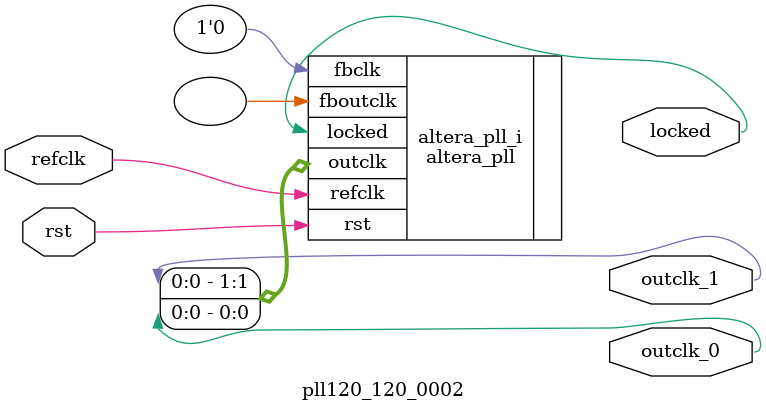
<source format=v>
`timescale 1ns/10ps
module  pll120_120_0002(

	// interface 'refclk'
	input wire refclk,

	// interface 'reset'
	input wire rst,

	// interface 'outclk0'
	output wire outclk_0,

	// interface 'outclk1'
	output wire outclk_1,

	// interface 'locked'
	output wire locked
);

	altera_pll #(
		.fractional_vco_multiplier("false"),
		.reference_clock_frequency("120.0 MHz"),
		.operation_mode("direct"),
		.number_of_clocks(2),
		.output_clock_frequency0("240.000000 MHz"),
		.phase_shift0("0 ps"),
		.duty_cycle0(50),
		.output_clock_frequency1("120.000000 MHz"),
		.phase_shift1("0 ps"),
		.duty_cycle1(50),
		.output_clock_frequency2("0 MHz"),
		.phase_shift2("0 ps"),
		.duty_cycle2(50),
		.output_clock_frequency3("0 MHz"),
		.phase_shift3("0 ps"),
		.duty_cycle3(50),
		.output_clock_frequency4("0 MHz"),
		.phase_shift4("0 ps"),
		.duty_cycle4(50),
		.output_clock_frequency5("0 MHz"),
		.phase_shift5("0 ps"),
		.duty_cycle5(50),
		.output_clock_frequency6("0 MHz"),
		.phase_shift6("0 ps"),
		.duty_cycle6(50),
		.output_clock_frequency7("0 MHz"),
		.phase_shift7("0 ps"),
		.duty_cycle7(50),
		.output_clock_frequency8("0 MHz"),
		.phase_shift8("0 ps"),
		.duty_cycle8(50),
		.output_clock_frequency9("0 MHz"),
		.phase_shift9("0 ps"),
		.duty_cycle9(50),
		.output_clock_frequency10("0 MHz"),
		.phase_shift10("0 ps"),
		.duty_cycle10(50),
		.output_clock_frequency11("0 MHz"),
		.phase_shift11("0 ps"),
		.duty_cycle11(50),
		.output_clock_frequency12("0 MHz"),
		.phase_shift12("0 ps"),
		.duty_cycle12(50),
		.output_clock_frequency13("0 MHz"),
		.phase_shift13("0 ps"),
		.duty_cycle13(50),
		.output_clock_frequency14("0 MHz"),
		.phase_shift14("0 ps"),
		.duty_cycle14(50),
		.output_clock_frequency15("0 MHz"),
		.phase_shift15("0 ps"),
		.duty_cycle15(50),
		.output_clock_frequency16("0 MHz"),
		.phase_shift16("0 ps"),
		.duty_cycle16(50),
		.output_clock_frequency17("0 MHz"),
		.phase_shift17("0 ps"),
		.duty_cycle17(50),
		.pll_type("General"),
		.pll_subtype("General")
	) altera_pll_i (
		.rst	(rst),
		.outclk	({outclk_1, outclk_0}),
		.locked	(locked),
		.fboutclk	( ),
		.fbclk	(1'b0),
		.refclk	(refclk)
	);
endmodule


</source>
